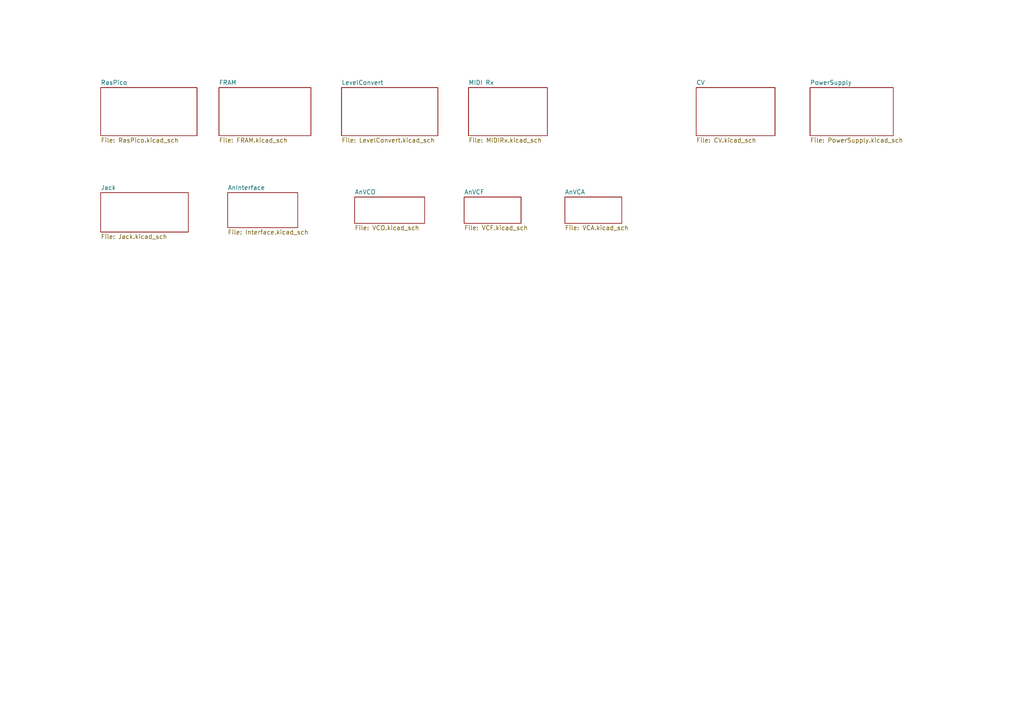
<source format=kicad_sch>
(kicad_sch
	(version 20231120)
	(generator "eeschema")
	(generator_version "8.0")
	(uuid "74b57c73-2ea6-4d1a-baa5-ad46186fbb51")
	(paper "A4")
	(lib_symbols)
	(sheet
		(at 29.21 55.88)
		(size 25.4 11.43)
		(fields_autoplaced yes)
		(stroke
			(width 0.1524)
			(type solid)
		)
		(fill
			(color 0 0 0 0.0000)
		)
		(uuid "0ae150e0-c08a-4733-b66b-e4b7868d24b7")
		(property "Sheetname" "Jack"
			(at 29.21 55.1684 0)
			(effects
				(font
					(size 1.27 1.27)
				)
				(justify left bottom)
			)
		)
		(property "Sheetfile" "Jack.kicad_sch"
			(at 29.21 67.8946 0)
			(effects
				(font
					(size 1.27 1.27)
				)
				(justify left top)
			)
		)
		(instances
			(project "mainBorad"
				(path "/74b57c73-2ea6-4d1a-baa5-ad46186fbb51"
					(page "7")
				)
			)
		)
	)
	(sheet
		(at 135.89 25.4)
		(size 22.86 13.97)
		(fields_autoplaced yes)
		(stroke
			(width 0.1524)
			(type solid)
		)
		(fill
			(color 0 0 0 0.0000)
		)
		(uuid "1b45ecdc-2ad1-48a0-a004-9a96ff077acd")
		(property "Sheetname" "MIDI Rx"
			(at 135.89 24.6884 0)
			(effects
				(font
					(size 1.27 1.27)
				)
				(justify left bottom)
			)
		)
		(property "Sheetfile" "MIDIRx.kicad_sch"
			(at 135.89 39.9546 0)
			(effects
				(font
					(size 1.27 1.27)
				)
				(justify left top)
			)
		)
		(instances
			(project "mainBorad"
				(path "/74b57c73-2ea6-4d1a-baa5-ad46186fbb51"
					(page "5")
				)
			)
		)
	)
	(sheet
		(at 201.93 25.4)
		(size 22.86 13.97)
		(fields_autoplaced yes)
		(stroke
			(width 0.1524)
			(type solid)
		)
		(fill
			(color 0 0 0 0.0000)
		)
		(uuid "2421d167-37f8-4e2e-81e7-c28163312589")
		(property "Sheetname" "CV"
			(at 201.93 24.6884 0)
			(effects
				(font
					(size 1.27 1.27)
				)
				(justify left bottom)
			)
		)
		(property "Sheetfile" "CV.kicad_sch"
			(at 201.93 39.9546 0)
			(effects
				(font
					(size 1.27 1.27)
				)
				(justify left top)
			)
		)
		(instances
			(project "mainBorad"
				(path "/74b57c73-2ea6-4d1a-baa5-ad46186fbb51"
					(page "6")
				)
			)
		)
	)
	(sheet
		(at 63.5 25.4)
		(size 26.67 13.97)
		(fields_autoplaced yes)
		(stroke
			(width 0.1524)
			(type solid)
		)
		(fill
			(color 0 0 0 0.0000)
		)
		(uuid "3c5f10b3-1698-4cb7-a8d7-c2e23cfbe8e6")
		(property "Sheetname" "FRAM"
			(at 63.5 24.6884 0)
			(effects
				(font
					(size 1.27 1.27)
				)
				(justify left bottom)
			)
		)
		(property "Sheetfile" "FRAM.kicad_sch"
			(at 63.5 39.9546 0)
			(effects
				(font
					(size 1.27 1.27)
				)
				(justify left top)
			)
		)
		(instances
			(project "mainBorad"
				(path "/74b57c73-2ea6-4d1a-baa5-ad46186fbb51"
					(page "3")
				)
			)
		)
	)
	(sheet
		(at 102.87 57.15)
		(size 20.32 7.62)
		(fields_autoplaced yes)
		(stroke
			(width 0.1524)
			(type solid)
		)
		(fill
			(color 0 0 0 0.0000)
		)
		(uuid "3ce9db33-7674-403c-9752-caa86b5c6a58")
		(property "Sheetname" "AnVCO"
			(at 102.87 56.4384 0)
			(effects
				(font
					(size 1.27 1.27)
				)
				(justify left bottom)
			)
		)
		(property "Sheetfile" "VCO.kicad_sch"
			(at 102.87 65.3546 0)
			(effects
				(font
					(size 1.27 1.27)
				)
				(justify left top)
			)
		)
		(instances
			(project "mainBorad"
				(path "/74b57c73-2ea6-4d1a-baa5-ad46186fbb51"
					(page "10")
				)
			)
		)
	)
	(sheet
		(at 134.62 57.15)
		(size 16.51 7.62)
		(fields_autoplaced yes)
		(stroke
			(width 0.1524)
			(type solid)
		)
		(fill
			(color 0 0 0 0.0000)
		)
		(uuid "911ce96f-80d5-48a0-a1d5-5fcf48ca0140")
		(property "Sheetname" "AnVCF"
			(at 134.62 56.4384 0)
			(effects
				(font
					(size 1.27 1.27)
				)
				(justify left bottom)
			)
		)
		(property "Sheetfile" "VCF.kicad_sch"
			(at 134.62 65.3546 0)
			(effects
				(font
					(size 1.27 1.27)
				)
				(justify left top)
			)
		)
		(instances
			(project "mainBorad"
				(path "/74b57c73-2ea6-4d1a-baa5-ad46186fbb51"
					(page "11")
				)
			)
		)
	)
	(sheet
		(at 66.04 55.88)
		(size 20.32 10.16)
		(fields_autoplaced yes)
		(stroke
			(width 0.1524)
			(type solid)
		)
		(fill
			(color 0 0 0 0.0000)
		)
		(uuid "9beef36b-6093-4e82-bdf4-f091da2cdf64")
		(property "Sheetname" "AnInterface"
			(at 66.04 55.1684 0)
			(effects
				(font
					(size 1.27 1.27)
				)
				(justify left bottom)
			)
		)
		(property "Sheetfile" "Interface.kicad_sch"
			(at 66.04 66.6246 0)
			(effects
				(font
					(size 1.27 1.27)
				)
				(justify left top)
			)
		)
		(instances
			(project "mainBorad"
				(path "/74b57c73-2ea6-4d1a-baa5-ad46186fbb51"
					(page "9")
				)
			)
		)
	)
	(sheet
		(at 99.06 25.4)
		(size 27.94 13.97)
		(fields_autoplaced yes)
		(stroke
			(width 0.1524)
			(type solid)
		)
		(fill
			(color 0 0 0 0.0000)
		)
		(uuid "a2f0aaad-bd88-4d84-92cb-2cf1dbaba80e")
		(property "Sheetname" "LevelConvert"
			(at 99.06 24.6884 0)
			(effects
				(font
					(size 1.27 1.27)
				)
				(justify left bottom)
			)
		)
		(property "Sheetfile" "LevelConvert.kicad_sch"
			(at 99.06 39.9546 0)
			(effects
				(font
					(size 1.27 1.27)
				)
				(justify left top)
			)
		)
		(instances
			(project "mainBorad"
				(path "/74b57c73-2ea6-4d1a-baa5-ad46186fbb51"
					(page "4")
				)
			)
		)
	)
	(sheet
		(at 29.21 25.4)
		(size 27.94 13.97)
		(fields_autoplaced yes)
		(stroke
			(width 0.1524)
			(type solid)
		)
		(fill
			(color 0 0 0 0.0000)
		)
		(uuid "a9547498-c081-44b0-b937-cdfd06fea0cb")
		(property "Sheetname" "RasPico"
			(at 29.21 24.6884 0)
			(effects
				(font
					(size 1.27 1.27)
				)
				(justify left bottom)
			)
		)
		(property "Sheetfile" "RasPico.kicad_sch"
			(at 29.21 39.9546 0)
			(effects
				(font
					(size 1.27 1.27)
				)
				(justify left top)
			)
		)
		(instances
			(project "mainBorad"
				(path "/74b57c73-2ea6-4d1a-baa5-ad46186fbb51"
					(page "2")
				)
			)
		)
	)
	(sheet
		(at 234.95 25.4)
		(size 24.13 13.97)
		(fields_autoplaced yes)
		(stroke
			(width 0.1524)
			(type solid)
		)
		(fill
			(color 0 0 0 0.0000)
		)
		(uuid "d9cb4d85-ede2-449b-9b10-29aa5c34151e")
		(property "Sheetname" "PowerSupply"
			(at 234.95 24.6884 0)
			(effects
				(font
					(size 1.27 1.27)
				)
				(justify left bottom)
			)
		)
		(property "Sheetfile" "PowerSupply.kicad_sch"
			(at 234.95 39.9546 0)
			(effects
				(font
					(size 1.27 1.27)
				)
				(justify left top)
			)
		)
		(instances
			(project "mainBorad"
				(path "/74b57c73-2ea6-4d1a-baa5-ad46186fbb51"
					(page "8")
				)
			)
		)
	)
	(sheet
		(at 163.83 57.15)
		(size 16.51 7.62)
		(fields_autoplaced yes)
		(stroke
			(width 0.1524)
			(type solid)
		)
		(fill
			(color 0 0 0 0.0000)
		)
		(uuid "dbf50836-c244-42c9-92ac-6281ce0d629d")
		(property "Sheetname" "AnVCA"
			(at 163.83 56.4384 0)
			(effects
				(font
					(size 1.27 1.27)
				)
				(justify left bottom)
			)
		)
		(property "Sheetfile" "VCA.kicad_sch"
			(at 163.83 65.3546 0)
			(effects
				(font
					(size 1.27 1.27)
				)
				(justify left top)
			)
		)
		(instances
			(project "mainBorad"
				(path "/74b57c73-2ea6-4d1a-baa5-ad46186fbb51"
					(page "12")
				)
			)
		)
	)
	(sheet_instances
		(path "/"
			(page "1")
		)
	)
)

</source>
